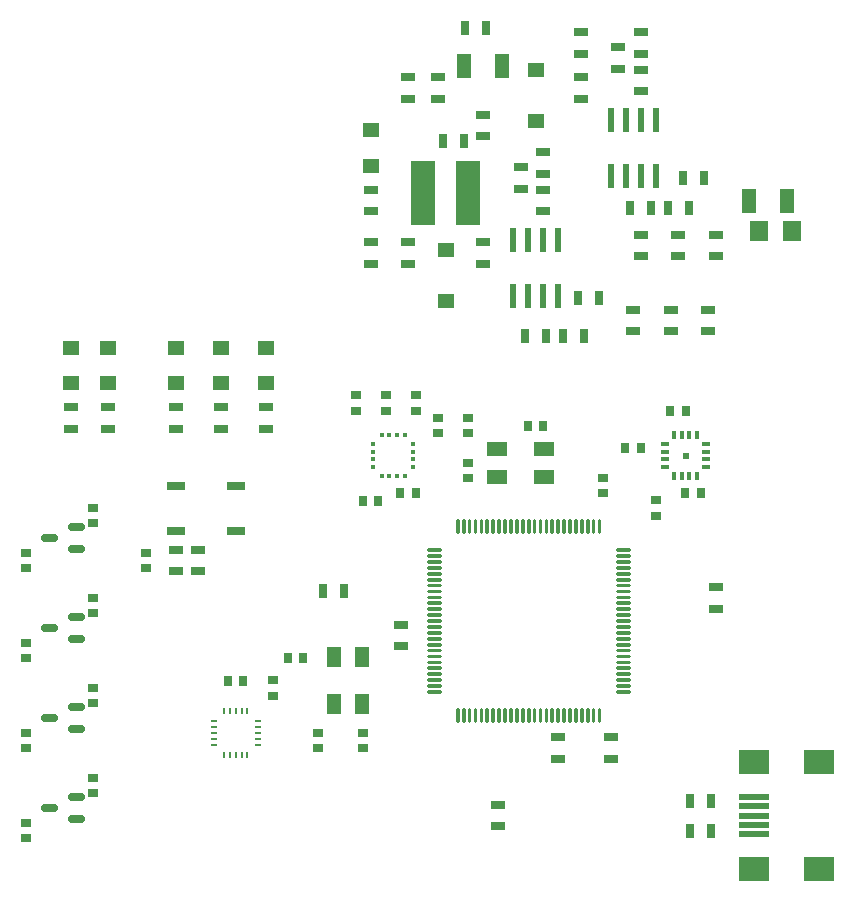
<source format=gtp>
G75*
G70*
%OFA0B0*%
%FSLAX24Y24*%
%IPPOS*%
%LPD*%
%AMOC8*
5,1,8,0,0,1.08239X$1,22.5*
%
%ADD10R,0.0146X0.0256*%
%ADD11R,0.0256X0.0146*%
%ADD12R,0.0197X0.0197*%
%ADD13R,0.0551X0.0472*%
%ADD14R,0.0315X0.0472*%
%ADD15R,0.0472X0.0315*%
%ADD16R,0.0600X0.0300*%
%ADD17C,0.0094*%
%ADD18R,0.0098X0.0197*%
%ADD19R,0.0197X0.0098*%
%ADD20C,0.0256*%
%ADD21R,0.0709X0.0472*%
%ADD22R,0.0472X0.0709*%
%ADD23R,0.0118X0.0157*%
%ADD24R,0.0157X0.0118*%
%ADD25R,0.0354X0.0276*%
%ADD26R,0.0276X0.0354*%
%ADD27R,0.0630X0.0709*%
%ADD28R,0.0472X0.0787*%
%ADD29R,0.0236X0.0787*%
%ADD30R,0.0846X0.2165*%
%ADD31R,0.0579X0.0500*%
%ADD32R,0.0984X0.0197*%
%ADD33R,0.0984X0.0787*%
D10*
X024517Y014765D03*
X024773Y014765D03*
X025029Y014765D03*
X025285Y014765D03*
X025285Y016143D03*
X025029Y016143D03*
X024773Y016143D03*
X024517Y016143D03*
D11*
X024212Y015837D03*
X024212Y015581D03*
X024212Y015326D03*
X024212Y015070D03*
X025590Y015070D03*
X025590Y015326D03*
X025590Y015581D03*
X025590Y015837D03*
D12*
X024901Y015454D03*
D13*
X014401Y025113D03*
X014401Y026294D03*
X010901Y019044D03*
X010901Y017863D03*
X009401Y017863D03*
X009401Y019044D03*
X007901Y019044D03*
X007901Y017863D03*
X005651Y017863D03*
X005651Y019044D03*
X004401Y019044D03*
X004401Y017863D03*
D14*
X012797Y010954D03*
X013506Y010954D03*
X019547Y019454D03*
X020256Y019454D03*
X020797Y019454D03*
X021506Y019454D03*
X021297Y020704D03*
X022006Y020704D03*
X023047Y023704D03*
X023756Y023704D03*
X024297Y023704D03*
X025006Y023704D03*
X024797Y024704D03*
X025506Y024704D03*
X018256Y029704D03*
X017547Y029704D03*
X017506Y025954D03*
X016797Y025954D03*
X025047Y003954D03*
X025756Y003954D03*
X025756Y002954D03*
X025047Y002954D03*
D15*
X022401Y005349D03*
X022401Y006058D03*
X020651Y006058D03*
X020651Y005349D03*
X018651Y003808D03*
X018651Y003099D03*
X015401Y009099D03*
X015401Y009808D03*
X010901Y016349D03*
X010901Y017058D03*
X009401Y017058D03*
X009401Y016349D03*
X007901Y016349D03*
X007901Y017058D03*
X005651Y017058D03*
X005651Y016349D03*
X004401Y016349D03*
X004401Y017058D03*
X007901Y012308D03*
X007901Y011599D03*
X008651Y011599D03*
X008651Y012308D03*
X014401Y021849D03*
X014401Y022558D03*
X014401Y023599D03*
X014401Y024308D03*
X015651Y022558D03*
X015651Y021849D03*
X018151Y021849D03*
X018151Y022558D03*
X019401Y024349D03*
X019401Y025058D03*
X020151Y024849D03*
X020151Y024308D03*
X020151Y023599D03*
X020151Y025558D03*
X018151Y026099D03*
X018151Y026808D03*
X016651Y027349D03*
X016651Y028058D03*
X015651Y028058D03*
X015651Y027349D03*
X021401Y027349D03*
X021401Y028058D03*
X021401Y028849D03*
X021401Y029558D03*
X022651Y029058D03*
X022651Y028349D03*
X023401Y028308D03*
X023401Y028849D03*
X023401Y029558D03*
X023401Y027599D03*
X023401Y022808D03*
X023401Y022099D03*
X024651Y022099D03*
X024651Y022808D03*
X025901Y022808D03*
X025901Y022099D03*
X025651Y020308D03*
X025651Y019599D03*
X024401Y019599D03*
X024401Y020308D03*
X023151Y020308D03*
X023151Y019599D03*
X025901Y011058D03*
X025901Y010349D03*
D16*
X009901Y012954D03*
X009901Y014454D03*
X007901Y014454D03*
X007901Y012954D03*
D17*
X016303Y012328D02*
X016303Y012304D01*
X016303Y012328D02*
X016701Y012328D01*
X016701Y012304D01*
X016303Y012304D01*
X016303Y012131D02*
X016303Y012107D01*
X016303Y012131D02*
X016701Y012131D01*
X016701Y012107D01*
X016303Y012107D01*
X016303Y011934D02*
X016303Y011910D01*
X016303Y011934D02*
X016701Y011934D01*
X016701Y011910D01*
X016303Y011910D01*
X016303Y011737D02*
X016303Y011713D01*
X016303Y011737D02*
X016701Y011737D01*
X016701Y011713D01*
X016303Y011713D01*
X016303Y011540D02*
X016303Y011516D01*
X016303Y011540D02*
X016701Y011540D01*
X016701Y011516D01*
X016303Y011516D01*
X016303Y011343D02*
X016303Y011319D01*
X016303Y011343D02*
X016701Y011343D01*
X016701Y011319D01*
X016303Y011319D01*
X016303Y011147D02*
X016303Y011123D01*
X016303Y011147D02*
X016701Y011147D01*
X016701Y011123D01*
X016303Y011123D01*
X016303Y010950D02*
X016303Y010926D01*
X016303Y010950D02*
X016701Y010950D01*
X016701Y010926D01*
X016303Y010926D01*
X016303Y010753D02*
X016303Y010729D01*
X016303Y010753D02*
X016701Y010753D01*
X016701Y010729D01*
X016303Y010729D01*
X016303Y010556D02*
X016303Y010532D01*
X016303Y010556D02*
X016701Y010556D01*
X016701Y010532D01*
X016303Y010532D01*
X016303Y010359D02*
X016303Y010335D01*
X016303Y010359D02*
X016701Y010359D01*
X016701Y010335D01*
X016303Y010335D01*
X016303Y010162D02*
X016303Y010138D01*
X016303Y010162D02*
X016701Y010162D01*
X016701Y010138D01*
X016303Y010138D01*
X016303Y009966D02*
X016303Y009942D01*
X016303Y009966D02*
X016701Y009966D01*
X016701Y009942D01*
X016303Y009942D01*
X016303Y009769D02*
X016303Y009745D01*
X016303Y009769D02*
X016701Y009769D01*
X016701Y009745D01*
X016303Y009745D01*
X016303Y009572D02*
X016303Y009548D01*
X016303Y009572D02*
X016701Y009572D01*
X016701Y009548D01*
X016303Y009548D01*
X016303Y009375D02*
X016303Y009351D01*
X016303Y009375D02*
X016701Y009375D01*
X016701Y009351D01*
X016303Y009351D01*
X016303Y009178D02*
X016303Y009154D01*
X016303Y009178D02*
X016701Y009178D01*
X016701Y009154D01*
X016303Y009154D01*
X016303Y008981D02*
X016303Y008957D01*
X016303Y008981D02*
X016701Y008981D01*
X016701Y008957D01*
X016303Y008957D01*
X016303Y008784D02*
X016303Y008760D01*
X016303Y008784D02*
X016701Y008784D01*
X016701Y008760D01*
X016303Y008760D01*
X016303Y008588D02*
X016303Y008564D01*
X016303Y008588D02*
X016701Y008588D01*
X016701Y008564D01*
X016303Y008564D01*
X016303Y008391D02*
X016303Y008367D01*
X016303Y008391D02*
X016701Y008391D01*
X016701Y008367D01*
X016303Y008367D01*
X016303Y008194D02*
X016303Y008170D01*
X016303Y008194D02*
X016701Y008194D01*
X016701Y008170D01*
X016303Y008170D01*
X016303Y007997D02*
X016303Y007973D01*
X016303Y007997D02*
X016701Y007997D01*
X016701Y007973D01*
X016303Y007973D01*
X016303Y007800D02*
X016303Y007776D01*
X016303Y007800D02*
X016701Y007800D01*
X016701Y007776D01*
X016303Y007776D01*
X016303Y007603D02*
X016303Y007579D01*
X016303Y007603D02*
X016701Y007603D01*
X016701Y007579D01*
X016303Y007579D01*
X017277Y007003D02*
X017277Y006605D01*
X017277Y007003D02*
X017301Y007003D01*
X017301Y006605D01*
X017277Y006605D01*
X017277Y006698D02*
X017301Y006698D01*
X017301Y006791D02*
X017277Y006791D01*
X017277Y006884D02*
X017301Y006884D01*
X017301Y006977D02*
X017277Y006977D01*
X017474Y007003D02*
X017474Y006605D01*
X017474Y007003D02*
X017498Y007003D01*
X017498Y006605D01*
X017474Y006605D01*
X017474Y006698D02*
X017498Y006698D01*
X017498Y006791D02*
X017474Y006791D01*
X017474Y006884D02*
X017498Y006884D01*
X017498Y006977D02*
X017474Y006977D01*
X017671Y007003D02*
X017671Y006605D01*
X017671Y007003D02*
X017695Y007003D01*
X017695Y006605D01*
X017671Y006605D01*
X017671Y006698D02*
X017695Y006698D01*
X017695Y006791D02*
X017671Y006791D01*
X017671Y006884D02*
X017695Y006884D01*
X017695Y006977D02*
X017671Y006977D01*
X017868Y007003D02*
X017868Y006605D01*
X017868Y007003D02*
X017892Y007003D01*
X017892Y006605D01*
X017868Y006605D01*
X017868Y006698D02*
X017892Y006698D01*
X017892Y006791D02*
X017868Y006791D01*
X017868Y006884D02*
X017892Y006884D01*
X017892Y006977D02*
X017868Y006977D01*
X018064Y007003D02*
X018064Y006605D01*
X018064Y007003D02*
X018088Y007003D01*
X018088Y006605D01*
X018064Y006605D01*
X018064Y006698D02*
X018088Y006698D01*
X018088Y006791D02*
X018064Y006791D01*
X018064Y006884D02*
X018088Y006884D01*
X018088Y006977D02*
X018064Y006977D01*
X018261Y007003D02*
X018261Y006605D01*
X018261Y007003D02*
X018285Y007003D01*
X018285Y006605D01*
X018261Y006605D01*
X018261Y006698D02*
X018285Y006698D01*
X018285Y006791D02*
X018261Y006791D01*
X018261Y006884D02*
X018285Y006884D01*
X018285Y006977D02*
X018261Y006977D01*
X018458Y007003D02*
X018458Y006605D01*
X018458Y007003D02*
X018482Y007003D01*
X018482Y006605D01*
X018458Y006605D01*
X018458Y006698D02*
X018482Y006698D01*
X018482Y006791D02*
X018458Y006791D01*
X018458Y006884D02*
X018482Y006884D01*
X018482Y006977D02*
X018458Y006977D01*
X018655Y007003D02*
X018655Y006605D01*
X018655Y007003D02*
X018679Y007003D01*
X018679Y006605D01*
X018655Y006605D01*
X018655Y006698D02*
X018679Y006698D01*
X018679Y006791D02*
X018655Y006791D01*
X018655Y006884D02*
X018679Y006884D01*
X018679Y006977D02*
X018655Y006977D01*
X018852Y007003D02*
X018852Y006605D01*
X018852Y007003D02*
X018876Y007003D01*
X018876Y006605D01*
X018852Y006605D01*
X018852Y006698D02*
X018876Y006698D01*
X018876Y006791D02*
X018852Y006791D01*
X018852Y006884D02*
X018876Y006884D01*
X018876Y006977D02*
X018852Y006977D01*
X019049Y007003D02*
X019049Y006605D01*
X019049Y007003D02*
X019073Y007003D01*
X019073Y006605D01*
X019049Y006605D01*
X019049Y006698D02*
X019073Y006698D01*
X019073Y006791D02*
X019049Y006791D01*
X019049Y006884D02*
X019073Y006884D01*
X019073Y006977D02*
X019049Y006977D01*
X019245Y007003D02*
X019245Y006605D01*
X019245Y007003D02*
X019269Y007003D01*
X019269Y006605D01*
X019245Y006605D01*
X019245Y006698D02*
X019269Y006698D01*
X019269Y006791D02*
X019245Y006791D01*
X019245Y006884D02*
X019269Y006884D01*
X019269Y006977D02*
X019245Y006977D01*
X019442Y007003D02*
X019442Y006605D01*
X019442Y007003D02*
X019466Y007003D01*
X019466Y006605D01*
X019442Y006605D01*
X019442Y006698D02*
X019466Y006698D01*
X019466Y006791D02*
X019442Y006791D01*
X019442Y006884D02*
X019466Y006884D01*
X019466Y006977D02*
X019442Y006977D01*
X019639Y007003D02*
X019639Y006605D01*
X019639Y007003D02*
X019663Y007003D01*
X019663Y006605D01*
X019639Y006605D01*
X019639Y006698D02*
X019663Y006698D01*
X019663Y006791D02*
X019639Y006791D01*
X019639Y006884D02*
X019663Y006884D01*
X019663Y006977D02*
X019639Y006977D01*
X019836Y007003D02*
X019836Y006605D01*
X019836Y007003D02*
X019860Y007003D01*
X019860Y006605D01*
X019836Y006605D01*
X019836Y006698D02*
X019860Y006698D01*
X019860Y006791D02*
X019836Y006791D01*
X019836Y006884D02*
X019860Y006884D01*
X019860Y006977D02*
X019836Y006977D01*
X020033Y007003D02*
X020033Y006605D01*
X020033Y007003D02*
X020057Y007003D01*
X020057Y006605D01*
X020033Y006605D01*
X020033Y006698D02*
X020057Y006698D01*
X020057Y006791D02*
X020033Y006791D01*
X020033Y006884D02*
X020057Y006884D01*
X020057Y006977D02*
X020033Y006977D01*
X020230Y007003D02*
X020230Y006605D01*
X020230Y007003D02*
X020254Y007003D01*
X020254Y006605D01*
X020230Y006605D01*
X020230Y006698D02*
X020254Y006698D01*
X020254Y006791D02*
X020230Y006791D01*
X020230Y006884D02*
X020254Y006884D01*
X020254Y006977D02*
X020230Y006977D01*
X020427Y007003D02*
X020427Y006605D01*
X020427Y007003D02*
X020451Y007003D01*
X020451Y006605D01*
X020427Y006605D01*
X020427Y006698D02*
X020451Y006698D01*
X020451Y006791D02*
X020427Y006791D01*
X020427Y006884D02*
X020451Y006884D01*
X020451Y006977D02*
X020427Y006977D01*
X020623Y007003D02*
X020623Y006605D01*
X020623Y007003D02*
X020647Y007003D01*
X020647Y006605D01*
X020623Y006605D01*
X020623Y006698D02*
X020647Y006698D01*
X020647Y006791D02*
X020623Y006791D01*
X020623Y006884D02*
X020647Y006884D01*
X020647Y006977D02*
X020623Y006977D01*
X020820Y007003D02*
X020820Y006605D01*
X020820Y007003D02*
X020844Y007003D01*
X020844Y006605D01*
X020820Y006605D01*
X020820Y006698D02*
X020844Y006698D01*
X020844Y006791D02*
X020820Y006791D01*
X020820Y006884D02*
X020844Y006884D01*
X020844Y006977D02*
X020820Y006977D01*
X021017Y007003D02*
X021017Y006605D01*
X021017Y007003D02*
X021041Y007003D01*
X021041Y006605D01*
X021017Y006605D01*
X021017Y006698D02*
X021041Y006698D01*
X021041Y006791D02*
X021017Y006791D01*
X021017Y006884D02*
X021041Y006884D01*
X021041Y006977D02*
X021017Y006977D01*
X021214Y007003D02*
X021214Y006605D01*
X021214Y007003D02*
X021238Y007003D01*
X021238Y006605D01*
X021214Y006605D01*
X021214Y006698D02*
X021238Y006698D01*
X021238Y006791D02*
X021214Y006791D01*
X021214Y006884D02*
X021238Y006884D01*
X021238Y006977D02*
X021214Y006977D01*
X021411Y007003D02*
X021411Y006605D01*
X021411Y007003D02*
X021435Y007003D01*
X021435Y006605D01*
X021411Y006605D01*
X021411Y006698D02*
X021435Y006698D01*
X021435Y006791D02*
X021411Y006791D01*
X021411Y006884D02*
X021435Y006884D01*
X021435Y006977D02*
X021411Y006977D01*
X021608Y007003D02*
X021608Y006605D01*
X021608Y007003D02*
X021632Y007003D01*
X021632Y006605D01*
X021608Y006605D01*
X021608Y006698D02*
X021632Y006698D01*
X021632Y006791D02*
X021608Y006791D01*
X021608Y006884D02*
X021632Y006884D01*
X021632Y006977D02*
X021608Y006977D01*
X021805Y007003D02*
X021805Y006605D01*
X021805Y007003D02*
X021829Y007003D01*
X021829Y006605D01*
X021805Y006605D01*
X021805Y006698D02*
X021829Y006698D01*
X021829Y006791D02*
X021805Y006791D01*
X021805Y006884D02*
X021829Y006884D01*
X021829Y006977D02*
X021805Y006977D01*
X022001Y007003D02*
X022001Y006605D01*
X022001Y007003D02*
X022025Y007003D01*
X022025Y006605D01*
X022001Y006605D01*
X022001Y006698D02*
X022025Y006698D01*
X022025Y006791D02*
X022001Y006791D01*
X022001Y006884D02*
X022025Y006884D01*
X022025Y006977D02*
X022001Y006977D01*
X022602Y007579D02*
X022602Y007603D01*
X023000Y007603D01*
X023000Y007579D01*
X022602Y007579D01*
X022602Y007776D02*
X022602Y007800D01*
X023000Y007800D01*
X023000Y007776D01*
X022602Y007776D01*
X022602Y007973D02*
X022602Y007997D01*
X023000Y007997D01*
X023000Y007973D01*
X022602Y007973D01*
X022602Y008170D02*
X022602Y008194D01*
X023000Y008194D01*
X023000Y008170D01*
X022602Y008170D01*
X022602Y008367D02*
X022602Y008391D01*
X023000Y008391D01*
X023000Y008367D01*
X022602Y008367D01*
X022602Y008564D02*
X022602Y008588D01*
X023000Y008588D01*
X023000Y008564D01*
X022602Y008564D01*
X022602Y008760D02*
X022602Y008784D01*
X023000Y008784D01*
X023000Y008760D01*
X022602Y008760D01*
X022602Y008957D02*
X022602Y008981D01*
X023000Y008981D01*
X023000Y008957D01*
X022602Y008957D01*
X022602Y009154D02*
X022602Y009178D01*
X023000Y009178D01*
X023000Y009154D01*
X022602Y009154D01*
X022602Y009351D02*
X022602Y009375D01*
X023000Y009375D01*
X023000Y009351D01*
X022602Y009351D01*
X022602Y009548D02*
X022602Y009572D01*
X023000Y009572D01*
X023000Y009548D01*
X022602Y009548D01*
X022602Y009745D02*
X022602Y009769D01*
X023000Y009769D01*
X023000Y009745D01*
X022602Y009745D01*
X022602Y009942D02*
X022602Y009966D01*
X023000Y009966D01*
X023000Y009942D01*
X022602Y009942D01*
X022602Y010138D02*
X022602Y010162D01*
X023000Y010162D01*
X023000Y010138D01*
X022602Y010138D01*
X022602Y010335D02*
X022602Y010359D01*
X023000Y010359D01*
X023000Y010335D01*
X022602Y010335D01*
X022602Y010532D02*
X022602Y010556D01*
X023000Y010556D01*
X023000Y010532D01*
X022602Y010532D01*
X022602Y010729D02*
X022602Y010753D01*
X023000Y010753D01*
X023000Y010729D01*
X022602Y010729D01*
X022602Y010926D02*
X022602Y010950D01*
X023000Y010950D01*
X023000Y010926D01*
X022602Y010926D01*
X022602Y011123D02*
X022602Y011147D01*
X023000Y011147D01*
X023000Y011123D01*
X022602Y011123D01*
X022602Y011319D02*
X022602Y011343D01*
X023000Y011343D01*
X023000Y011319D01*
X022602Y011319D01*
X022602Y011516D02*
X022602Y011540D01*
X023000Y011540D01*
X023000Y011516D01*
X022602Y011516D01*
X022602Y011713D02*
X022602Y011737D01*
X023000Y011737D01*
X023000Y011713D01*
X022602Y011713D01*
X022602Y011910D02*
X022602Y011934D01*
X023000Y011934D01*
X023000Y011910D01*
X022602Y011910D01*
X022602Y012107D02*
X022602Y012131D01*
X023000Y012131D01*
X023000Y012107D01*
X022602Y012107D01*
X022602Y012304D02*
X022602Y012328D01*
X023000Y012328D01*
X023000Y012304D01*
X022602Y012304D01*
X022001Y012904D02*
X022001Y013302D01*
X022025Y013302D01*
X022025Y012904D01*
X022001Y012904D01*
X022001Y012997D02*
X022025Y012997D01*
X022025Y013090D02*
X022001Y013090D01*
X022001Y013183D02*
X022025Y013183D01*
X022025Y013276D02*
X022001Y013276D01*
X021805Y013302D02*
X021805Y012904D01*
X021805Y013302D02*
X021829Y013302D01*
X021829Y012904D01*
X021805Y012904D01*
X021805Y012997D02*
X021829Y012997D01*
X021829Y013090D02*
X021805Y013090D01*
X021805Y013183D02*
X021829Y013183D01*
X021829Y013276D02*
X021805Y013276D01*
X021608Y013302D02*
X021608Y012904D01*
X021608Y013302D02*
X021632Y013302D01*
X021632Y012904D01*
X021608Y012904D01*
X021608Y012997D02*
X021632Y012997D01*
X021632Y013090D02*
X021608Y013090D01*
X021608Y013183D02*
X021632Y013183D01*
X021632Y013276D02*
X021608Y013276D01*
X021411Y013302D02*
X021411Y012904D01*
X021411Y013302D02*
X021435Y013302D01*
X021435Y012904D01*
X021411Y012904D01*
X021411Y012997D02*
X021435Y012997D01*
X021435Y013090D02*
X021411Y013090D01*
X021411Y013183D02*
X021435Y013183D01*
X021435Y013276D02*
X021411Y013276D01*
X021214Y013302D02*
X021214Y012904D01*
X021214Y013302D02*
X021238Y013302D01*
X021238Y012904D01*
X021214Y012904D01*
X021214Y012997D02*
X021238Y012997D01*
X021238Y013090D02*
X021214Y013090D01*
X021214Y013183D02*
X021238Y013183D01*
X021238Y013276D02*
X021214Y013276D01*
X021017Y013302D02*
X021017Y012904D01*
X021017Y013302D02*
X021041Y013302D01*
X021041Y012904D01*
X021017Y012904D01*
X021017Y012997D02*
X021041Y012997D01*
X021041Y013090D02*
X021017Y013090D01*
X021017Y013183D02*
X021041Y013183D01*
X021041Y013276D02*
X021017Y013276D01*
X020820Y013302D02*
X020820Y012904D01*
X020820Y013302D02*
X020844Y013302D01*
X020844Y012904D01*
X020820Y012904D01*
X020820Y012997D02*
X020844Y012997D01*
X020844Y013090D02*
X020820Y013090D01*
X020820Y013183D02*
X020844Y013183D01*
X020844Y013276D02*
X020820Y013276D01*
X020623Y013302D02*
X020623Y012904D01*
X020623Y013302D02*
X020647Y013302D01*
X020647Y012904D01*
X020623Y012904D01*
X020623Y012997D02*
X020647Y012997D01*
X020647Y013090D02*
X020623Y013090D01*
X020623Y013183D02*
X020647Y013183D01*
X020647Y013276D02*
X020623Y013276D01*
X020427Y013302D02*
X020427Y012904D01*
X020427Y013302D02*
X020451Y013302D01*
X020451Y012904D01*
X020427Y012904D01*
X020427Y012997D02*
X020451Y012997D01*
X020451Y013090D02*
X020427Y013090D01*
X020427Y013183D02*
X020451Y013183D01*
X020451Y013276D02*
X020427Y013276D01*
X020230Y013302D02*
X020230Y012904D01*
X020230Y013302D02*
X020254Y013302D01*
X020254Y012904D01*
X020230Y012904D01*
X020230Y012997D02*
X020254Y012997D01*
X020254Y013090D02*
X020230Y013090D01*
X020230Y013183D02*
X020254Y013183D01*
X020254Y013276D02*
X020230Y013276D01*
X020033Y013302D02*
X020033Y012904D01*
X020033Y013302D02*
X020057Y013302D01*
X020057Y012904D01*
X020033Y012904D01*
X020033Y012997D02*
X020057Y012997D01*
X020057Y013090D02*
X020033Y013090D01*
X020033Y013183D02*
X020057Y013183D01*
X020057Y013276D02*
X020033Y013276D01*
X019836Y013302D02*
X019836Y012904D01*
X019836Y013302D02*
X019860Y013302D01*
X019860Y012904D01*
X019836Y012904D01*
X019836Y012997D02*
X019860Y012997D01*
X019860Y013090D02*
X019836Y013090D01*
X019836Y013183D02*
X019860Y013183D01*
X019860Y013276D02*
X019836Y013276D01*
X019639Y013302D02*
X019639Y012904D01*
X019639Y013302D02*
X019663Y013302D01*
X019663Y012904D01*
X019639Y012904D01*
X019639Y012997D02*
X019663Y012997D01*
X019663Y013090D02*
X019639Y013090D01*
X019639Y013183D02*
X019663Y013183D01*
X019663Y013276D02*
X019639Y013276D01*
X019442Y013302D02*
X019442Y012904D01*
X019442Y013302D02*
X019466Y013302D01*
X019466Y012904D01*
X019442Y012904D01*
X019442Y012997D02*
X019466Y012997D01*
X019466Y013090D02*
X019442Y013090D01*
X019442Y013183D02*
X019466Y013183D01*
X019466Y013276D02*
X019442Y013276D01*
X019245Y013302D02*
X019245Y012904D01*
X019245Y013302D02*
X019269Y013302D01*
X019269Y012904D01*
X019245Y012904D01*
X019245Y012997D02*
X019269Y012997D01*
X019269Y013090D02*
X019245Y013090D01*
X019245Y013183D02*
X019269Y013183D01*
X019269Y013276D02*
X019245Y013276D01*
X019049Y013302D02*
X019049Y012904D01*
X019049Y013302D02*
X019073Y013302D01*
X019073Y012904D01*
X019049Y012904D01*
X019049Y012997D02*
X019073Y012997D01*
X019073Y013090D02*
X019049Y013090D01*
X019049Y013183D02*
X019073Y013183D01*
X019073Y013276D02*
X019049Y013276D01*
X018852Y013302D02*
X018852Y012904D01*
X018852Y013302D02*
X018876Y013302D01*
X018876Y012904D01*
X018852Y012904D01*
X018852Y012997D02*
X018876Y012997D01*
X018876Y013090D02*
X018852Y013090D01*
X018852Y013183D02*
X018876Y013183D01*
X018876Y013276D02*
X018852Y013276D01*
X018655Y013302D02*
X018655Y012904D01*
X018655Y013302D02*
X018679Y013302D01*
X018679Y012904D01*
X018655Y012904D01*
X018655Y012997D02*
X018679Y012997D01*
X018679Y013090D02*
X018655Y013090D01*
X018655Y013183D02*
X018679Y013183D01*
X018679Y013276D02*
X018655Y013276D01*
X018458Y013302D02*
X018458Y012904D01*
X018458Y013302D02*
X018482Y013302D01*
X018482Y012904D01*
X018458Y012904D01*
X018458Y012997D02*
X018482Y012997D01*
X018482Y013090D02*
X018458Y013090D01*
X018458Y013183D02*
X018482Y013183D01*
X018482Y013276D02*
X018458Y013276D01*
X018261Y013302D02*
X018261Y012904D01*
X018261Y013302D02*
X018285Y013302D01*
X018285Y012904D01*
X018261Y012904D01*
X018261Y012997D02*
X018285Y012997D01*
X018285Y013090D02*
X018261Y013090D01*
X018261Y013183D02*
X018285Y013183D01*
X018285Y013276D02*
X018261Y013276D01*
X018064Y013302D02*
X018064Y012904D01*
X018064Y013302D02*
X018088Y013302D01*
X018088Y012904D01*
X018064Y012904D01*
X018064Y012997D02*
X018088Y012997D01*
X018088Y013090D02*
X018064Y013090D01*
X018064Y013183D02*
X018088Y013183D01*
X018088Y013276D02*
X018064Y013276D01*
X017868Y013302D02*
X017868Y012904D01*
X017868Y013302D02*
X017892Y013302D01*
X017892Y012904D01*
X017868Y012904D01*
X017868Y012997D02*
X017892Y012997D01*
X017892Y013090D02*
X017868Y013090D01*
X017868Y013183D02*
X017892Y013183D01*
X017892Y013276D02*
X017868Y013276D01*
X017671Y013302D02*
X017671Y012904D01*
X017671Y013302D02*
X017695Y013302D01*
X017695Y012904D01*
X017671Y012904D01*
X017671Y012997D02*
X017695Y012997D01*
X017695Y013090D02*
X017671Y013090D01*
X017671Y013183D02*
X017695Y013183D01*
X017695Y013276D02*
X017671Y013276D01*
X017474Y013302D02*
X017474Y012904D01*
X017474Y013302D02*
X017498Y013302D01*
X017498Y012904D01*
X017474Y012904D01*
X017474Y012997D02*
X017498Y012997D01*
X017498Y013090D02*
X017474Y013090D01*
X017474Y013183D02*
X017498Y013183D01*
X017498Y013276D02*
X017474Y013276D01*
X017277Y013302D02*
X017277Y012904D01*
X017277Y013302D02*
X017301Y013302D01*
X017301Y012904D01*
X017277Y012904D01*
X017277Y012997D02*
X017301Y012997D01*
X017301Y013090D02*
X017277Y013090D01*
X017277Y013183D02*
X017301Y013183D01*
X017301Y013276D02*
X017277Y013276D01*
D18*
X010295Y006932D03*
X010098Y006932D03*
X009901Y006932D03*
X009704Y006932D03*
X009507Y006932D03*
X009507Y005475D03*
X009704Y005475D03*
X009901Y005475D03*
X010098Y005475D03*
X010295Y005475D03*
D19*
X010630Y005810D03*
X010630Y006007D03*
X010630Y006204D03*
X010630Y006400D03*
X010630Y006597D03*
X009173Y006597D03*
X009173Y006400D03*
X009173Y006204D03*
X009173Y006007D03*
X009173Y005810D03*
D20*
X004751Y006330D02*
X004457Y006330D01*
X003845Y006704D02*
X003551Y006704D01*
X004457Y007078D02*
X004751Y007078D01*
X004751Y009330D02*
X004457Y009330D01*
X004457Y010078D02*
X004751Y010078D01*
X003845Y009704D02*
X003551Y009704D01*
X004457Y012330D02*
X004751Y012330D01*
X004751Y013078D02*
X004457Y013078D01*
X003845Y012704D02*
X003551Y012704D01*
X004457Y004078D02*
X004751Y004078D01*
X004751Y003330D02*
X004457Y003330D01*
X003845Y003704D02*
X003551Y003704D01*
D21*
X018614Y014731D03*
X018614Y015676D03*
X020189Y015676D03*
X020189Y014731D03*
D22*
X014124Y008741D03*
X013179Y008741D03*
X013179Y007166D03*
X014124Y007166D03*
D23*
X014767Y014784D03*
X015023Y014784D03*
X015279Y014784D03*
X015535Y014784D03*
X015535Y016123D03*
X015279Y016123D03*
X015023Y016123D03*
X014767Y016123D03*
D24*
X014482Y015837D03*
X014482Y015581D03*
X014482Y015326D03*
X014482Y015070D03*
X015820Y015070D03*
X015820Y015326D03*
X015820Y015581D03*
X015820Y015837D03*
D25*
X002901Y002698D03*
X002901Y003209D03*
X005151Y004198D03*
X005151Y004709D03*
X002901Y005698D03*
X002901Y006209D03*
X005151Y007198D03*
X005151Y007709D03*
X002901Y008698D03*
X002901Y009209D03*
X005151Y010198D03*
X005151Y010709D03*
X006901Y011698D03*
X006901Y012209D03*
X005151Y013198D03*
X005151Y013709D03*
X002901Y012209D03*
X002901Y011698D03*
X011151Y007959D03*
X011151Y007448D03*
X012651Y006209D03*
X012651Y005698D03*
X014151Y005698D03*
X014151Y006209D03*
X022151Y014198D03*
X022151Y014709D03*
X023901Y013959D03*
X023901Y013448D03*
X017651Y014698D03*
X017651Y015209D03*
X017651Y016198D03*
X017651Y016709D03*
X016651Y016709D03*
X016651Y016198D03*
X015901Y016948D03*
X015901Y017459D03*
X014901Y017459D03*
X014901Y016948D03*
X013901Y016948D03*
X013901Y017459D03*
D26*
X015395Y014204D03*
X015907Y014204D03*
X014657Y013954D03*
X014145Y013954D03*
X012157Y008704D03*
X011645Y008704D03*
X010157Y007954D03*
X009645Y007954D03*
X019645Y016454D03*
X020157Y016454D03*
X022895Y015704D03*
X023407Y015704D03*
X024395Y016954D03*
X024907Y016954D03*
X024895Y014204D03*
X025407Y014204D03*
D27*
X027350Y022954D03*
X028452Y022954D03*
D28*
X028281Y023954D03*
X027021Y023954D03*
X018781Y028454D03*
X017521Y028454D03*
D29*
X022401Y026648D03*
X022901Y026648D03*
X023401Y026648D03*
X023901Y026648D03*
X023901Y024759D03*
X023401Y024759D03*
X022901Y024759D03*
X022401Y024759D03*
X020651Y022648D03*
X020151Y022648D03*
X019651Y022648D03*
X019151Y022648D03*
X019151Y020759D03*
X019651Y020759D03*
X020151Y020759D03*
X020651Y020759D03*
D30*
X017657Y024204D03*
X016145Y024204D03*
D31*
X016901Y022300D03*
X016901Y020607D03*
X019901Y026607D03*
X019901Y028300D03*
D32*
X027167Y004083D03*
X027167Y003769D03*
X027167Y003454D03*
X027167Y003139D03*
X027167Y002824D03*
D33*
X027167Y001682D03*
X029332Y001682D03*
X029332Y005225D03*
X027167Y005225D03*
M02*

</source>
